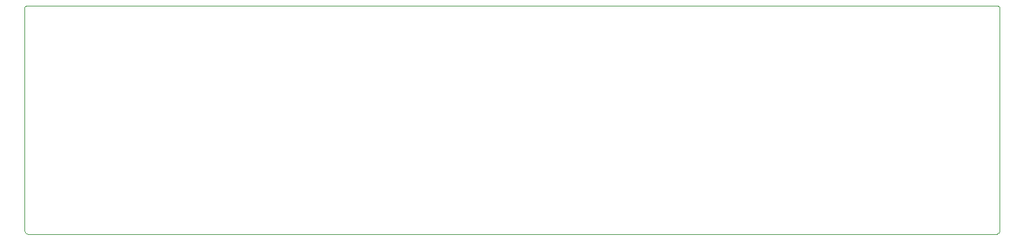
<source format=gtp>
G75*
%MOIN*%
%OFA0B0*%
%FSLAX24Y24*%
%IPPOS*%
%LPD*%
%AMOC8*
5,1,8,0,0,1.08239X$1,22.5*
%
%ADD10C,0.0000*%
D10*
X003510Y002393D02*
X053556Y002393D01*
X053587Y002395D01*
X053617Y002400D01*
X053646Y002410D01*
X053675Y002422D01*
X053701Y002438D01*
X053725Y002457D01*
X053747Y002479D01*
X053766Y002503D01*
X053782Y002529D01*
X053794Y002558D01*
X053804Y002587D01*
X053809Y002617D01*
X053811Y002648D01*
X053811Y014133D01*
X053809Y014153D01*
X053805Y014172D01*
X053797Y014191D01*
X053787Y014208D01*
X053774Y014223D01*
X053759Y014236D01*
X053742Y014246D01*
X053723Y014254D01*
X053704Y014258D01*
X053684Y014260D01*
X053684Y014259D02*
X003376Y014259D01*
X003356Y014257D01*
X003336Y014252D01*
X003318Y014243D01*
X003301Y014232D01*
X003287Y014218D01*
X003276Y014201D01*
X003267Y014183D01*
X003262Y014163D01*
X003260Y014143D01*
X003260Y002643D01*
X003262Y002613D01*
X003267Y002583D01*
X003276Y002554D01*
X003289Y002527D01*
X003304Y002501D01*
X003323Y002477D01*
X003344Y002456D01*
X003368Y002437D01*
X003394Y002422D01*
X003421Y002409D01*
X003450Y002400D01*
X003480Y002395D01*
X003510Y002393D01*
M02*

</source>
